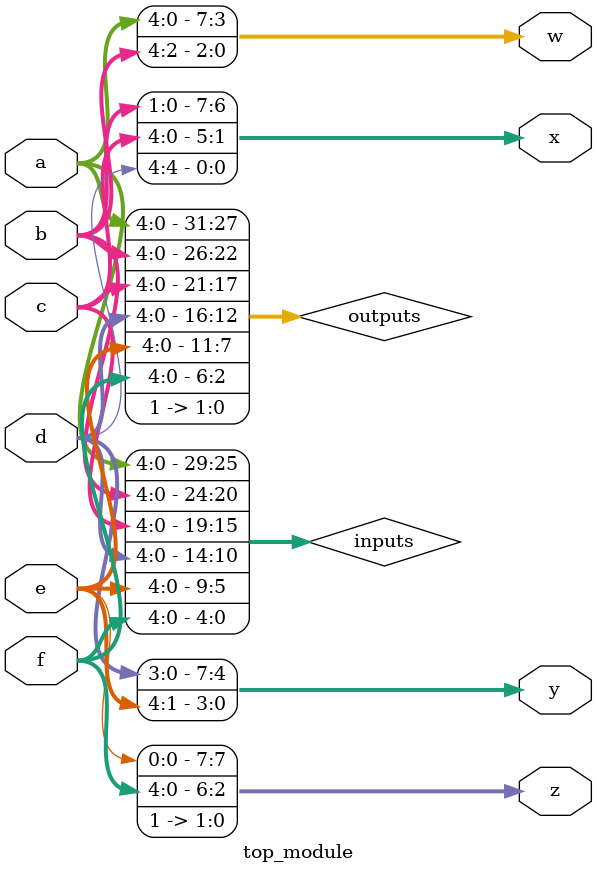
<source format=sv>
module top_module (
	input [4:0] a,
	input [4:0] b,
	input [4:0] c,
	input [4:0] d,
	input [4:0] e,
	input [4:0] f,
	output [7:0] w,
	output [7:0] x,
	output [7:0] y,
	output [7:0] z
);

	// Wire declaration
	wire [29:0] inputs;
	wire [31:0] outputs;

	// Concatenating input vectors
	assign inputs = {a, b, c, d, e, f};

	// Concatenating input vectors with two 1 bits in LSB positions
	assign outputs = {inputs, 2'b11};

	// Splitting up the concatenated vector into output vectors
	assign {w, x, y, z} = outputs;

endmodule

</source>
